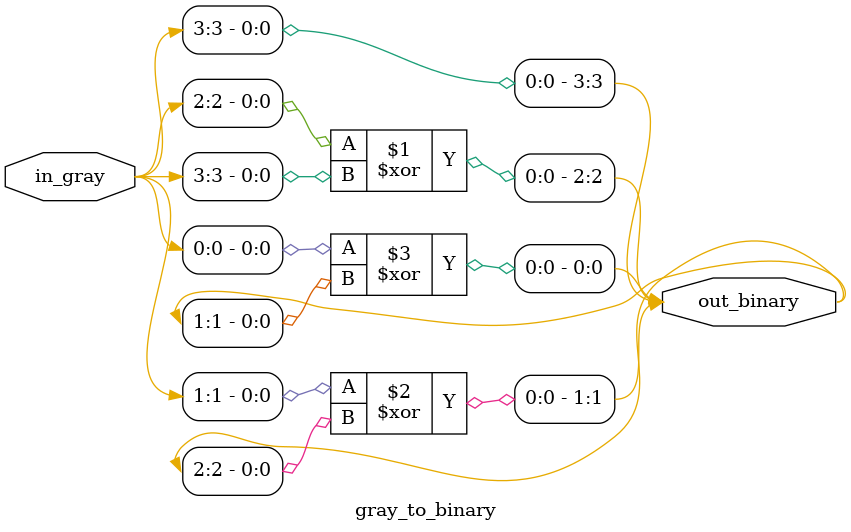
<source format=v>
`timescale 1ns / 1ps
module gray_to_binary(
  
  input [3:0] in_gray,
  output [3:0] out_binary
    );

   buf buf1(out_binary[3],in_gray[3]);
	xor xor1(out_binary[2],in_gray[2],out_binary[3]);
	xor xor2(out_binary[1],in_gray[1],out_binary[2]);
	xor xor3(out_binary[0],in_gray[0],out_binary[1]);

	
endmodule

</source>
